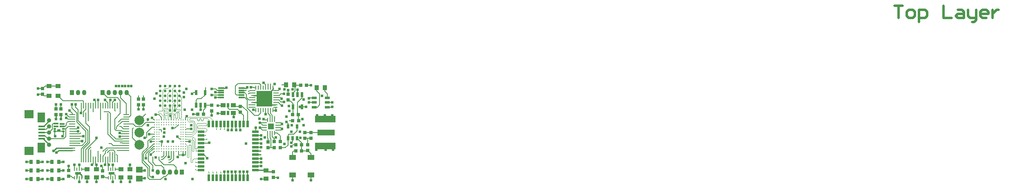
<source format=gtl>
G04 Layer_Physical_Order=1*
G04 Layer_Color=255*
%FSLAX25Y25*%
%MOIN*%
G70*
G01*
G75*
%ADD10C,0.02165*%
%ADD11R,0.16535X0.05315*%
%ADD12R,0.14173X0.05000*%
%ADD13C,0.01181*%
%ADD14O,0.00984X0.04724*%
%ADD15O,0.04724X0.00984*%
%ADD16R,0.02362X0.04331*%
%ADD17R,0.03937X0.02362*%
%ADD18R,0.12992X0.12992*%
%ADD19O,0.00984X0.03347*%
%ADD20O,0.03347X0.00984*%
%ADD21R,0.04724X0.01181*%
%ADD22R,0.05118X0.05118*%
%ADD23R,0.02165X0.03347*%
%ADD24R,0.03543X0.03937*%
%ADD25R,0.03150X0.02756*%
%ADD26R,0.02756X0.03150*%
%ADD27R,0.03937X0.03543*%
%ADD28R,0.05512X0.04724*%
G04:AMPARAMS|DCode=29|XSize=29.53mil|YSize=33.47mil|CornerRadius=2.21mil|HoleSize=0mil|Usage=FLASHONLY|Rotation=0.000|XOffset=0mil|YOffset=0mil|HoleType=Round|Shape=RoundedRectangle|*
%AMROUNDEDRECTD29*
21,1,0.02953,0.02904,0,0,0.0*
21,1,0.02510,0.03347,0,0,0.0*
1,1,0.00443,0.01255,-0.01452*
1,1,0.00443,-0.01255,-0.01452*
1,1,0.00443,-0.01255,0.01452*
1,1,0.00443,0.01255,0.01452*
%
%ADD29ROUNDEDRECTD29*%
%ADD30R,0.06299X0.08268*%
%ADD31R,0.07480X0.07087*%
%ADD32R,0.05315X0.01575*%
%ADD33R,0.03937X0.01181*%
%ADD34R,0.02362X0.01181*%
%ADD35R,0.03937X0.01575*%
%ADD36R,0.02920X0.02126*%
%ADD37R,0.00984X0.02559*%
%ADD38R,0.04724X0.02362*%
%ADD39R,0.02362X0.03347*%
%ADD40R,0.03937X0.03347*%
%ADD41R,0.05800X0.02000*%
%ADD42R,0.02000X0.05800*%
%ADD43R,0.05512X0.04232*%
%ADD44C,0.07874*%
%ADD45C,0.00300*%
%ADD46C,0.01000*%
%ADD47C,0.00600*%
%ADD48C,0.00800*%
%ADD49C,0.00500*%
%ADD50C,0.02000*%
%ADD51R,0.03543X0.04331*%
%ADD52O,0.03543X0.04331*%
%ADD53C,0.02400*%
%ADD54C,0.01200*%
%ADD55C,0.03500*%
D10*
X142811Y137811D02*
D03*
X142811Y133874D02*
D03*
Y129937D02*
D03*
X142811Y126000D02*
D03*
Y122063D02*
D03*
X138874Y137811D02*
D03*
Y133874D02*
D03*
Y129937D02*
D03*
Y126000D02*
D03*
Y122063D02*
D03*
X134937Y137811D02*
D03*
X134937Y133874D02*
D03*
Y129937D02*
D03*
X134937Y126000D02*
D03*
Y122063D02*
D03*
X131000Y137811D02*
D03*
Y133874D02*
D03*
Y129937D02*
D03*
Y126000D02*
D03*
Y122063D02*
D03*
X127063Y137811D02*
D03*
Y133874D02*
D03*
Y129937D02*
D03*
X127063Y126000D02*
D03*
X127063Y122063D02*
D03*
D11*
X261713Y111122D02*
D03*
Y88878D02*
D03*
D12*
X262500Y100000D02*
D03*
D13*
X122205Y84705D02*
D03*
Y86673D02*
D03*
Y88642D02*
D03*
Y90610D02*
D03*
Y92579D02*
D03*
Y94547D02*
D03*
Y96516D02*
D03*
Y98484D02*
D03*
Y100453D02*
D03*
Y102421D02*
D03*
Y104390D02*
D03*
X122205Y106358D02*
D03*
X122205Y108327D02*
D03*
Y110295D02*
D03*
X124173Y84705D02*
D03*
Y86673D02*
D03*
Y88642D02*
D03*
Y90610D02*
D03*
Y92579D02*
D03*
Y94547D02*
D03*
Y96516D02*
D03*
Y98484D02*
D03*
Y100453D02*
D03*
Y102421D02*
D03*
Y104390D02*
D03*
Y106358D02*
D03*
Y108327D02*
D03*
Y110295D02*
D03*
X126142Y84705D02*
D03*
Y86673D02*
D03*
Y88642D02*
D03*
Y90610D02*
D03*
Y92579D02*
D03*
Y94547D02*
D03*
Y96516D02*
D03*
Y98484D02*
D03*
Y100453D02*
D03*
Y102421D02*
D03*
Y104390D02*
D03*
Y106358D02*
D03*
Y108327D02*
D03*
Y110295D02*
D03*
X128110Y84705D02*
D03*
Y86673D02*
D03*
Y88642D02*
D03*
Y106358D02*
D03*
Y108327D02*
D03*
Y110295D02*
D03*
X130079Y84705D02*
D03*
Y86673D02*
D03*
X130079Y88642D02*
D03*
Y106358D02*
D03*
Y108327D02*
D03*
Y110295D02*
D03*
X132047Y84705D02*
D03*
Y86673D02*
D03*
Y88642D02*
D03*
Y106358D02*
D03*
Y108327D02*
D03*
Y110295D02*
D03*
X134016Y84705D02*
D03*
Y86673D02*
D03*
Y88642D02*
D03*
Y106358D02*
D03*
Y108327D02*
D03*
Y110295D02*
D03*
X135984Y84705D02*
D03*
Y86673D02*
D03*
Y88642D02*
D03*
Y106358D02*
D03*
Y108327D02*
D03*
Y110295D02*
D03*
X137953Y84705D02*
D03*
Y86673D02*
D03*
Y88642D02*
D03*
Y106358D02*
D03*
Y108327D02*
D03*
Y110295D02*
D03*
X139921Y84705D02*
D03*
Y86673D02*
D03*
X139921Y88642D02*
D03*
Y106358D02*
D03*
Y108327D02*
D03*
Y110295D02*
D03*
X141890Y84705D02*
D03*
Y86673D02*
D03*
X141890Y88642D02*
D03*
Y106358D02*
D03*
Y108327D02*
D03*
Y110295D02*
D03*
X143858Y84705D02*
D03*
X143858Y86673D02*
D03*
X143858Y88642D02*
D03*
Y90610D02*
D03*
Y92579D02*
D03*
Y94547D02*
D03*
Y96516D02*
D03*
X143858Y98484D02*
D03*
Y100453D02*
D03*
X143858Y102421D02*
D03*
Y104390D02*
D03*
Y106358D02*
D03*
Y108327D02*
D03*
Y110295D02*
D03*
X145827Y84705D02*
D03*
Y86673D02*
D03*
Y88642D02*
D03*
Y90610D02*
D03*
Y92579D02*
D03*
Y94547D02*
D03*
Y96516D02*
D03*
Y98484D02*
D03*
Y100453D02*
D03*
Y102421D02*
D03*
Y104390D02*
D03*
Y106358D02*
D03*
Y108327D02*
D03*
Y110295D02*
D03*
X147795Y84705D02*
D03*
Y86673D02*
D03*
Y88642D02*
D03*
Y90610D02*
D03*
Y92579D02*
D03*
Y94547D02*
D03*
Y96516D02*
D03*
Y98484D02*
D03*
Y100453D02*
D03*
Y102421D02*
D03*
Y104390D02*
D03*
Y106358D02*
D03*
Y108327D02*
D03*
Y110295D02*
D03*
D14*
X92044Y77953D02*
D03*
X90075D02*
D03*
X88107D02*
D03*
X86138D02*
D03*
X84170D02*
D03*
X82201D02*
D03*
X80233D02*
D03*
X78264D02*
D03*
X76296D02*
D03*
X74327D02*
D03*
X72359D02*
D03*
X70390D02*
D03*
X68422D02*
D03*
X66453D02*
D03*
X64485D02*
D03*
X62516D02*
D03*
Y122047D02*
D03*
X64485D02*
D03*
X66453D02*
D03*
X68422D02*
D03*
X70390D02*
D03*
X72359D02*
D03*
X74327D02*
D03*
X76296D02*
D03*
X78264D02*
D03*
X80233D02*
D03*
X82201D02*
D03*
X84170D02*
D03*
X86138D02*
D03*
X88107D02*
D03*
X90075D02*
D03*
X92044D02*
D03*
D15*
X55233Y85236D02*
D03*
Y87205D02*
D03*
Y89173D02*
D03*
Y91142D02*
D03*
Y93110D02*
D03*
Y95079D02*
D03*
Y97047D02*
D03*
Y99016D02*
D03*
Y100984D02*
D03*
Y102953D02*
D03*
Y104921D02*
D03*
Y106890D02*
D03*
Y108858D02*
D03*
Y110827D02*
D03*
Y112795D02*
D03*
Y114764D02*
D03*
X99327D02*
D03*
Y112795D02*
D03*
Y110827D02*
D03*
Y108858D02*
D03*
Y106890D02*
D03*
Y104921D02*
D03*
Y102953D02*
D03*
Y100984D02*
D03*
Y99016D02*
D03*
Y97047D02*
D03*
Y95079D02*
D03*
Y93110D02*
D03*
Y91142D02*
D03*
Y89173D02*
D03*
Y87205D02*
D03*
Y85236D02*
D03*
D16*
X156260Y132618D02*
D03*
X163740D02*
D03*
Y122382D02*
D03*
X160000D02*
D03*
X156260D02*
D03*
X242740Y120882D02*
D03*
X235260D02*
D03*
Y131118D02*
D03*
X239000D02*
D03*
X242740D02*
D03*
D17*
X263413Y128240D02*
D03*
Y124500D02*
D03*
Y120760D02*
D03*
X252587D02*
D03*
Y124500D02*
D03*
Y128240D02*
D03*
D18*
X212000Y127500D02*
D03*
D19*
X218890Y118347D02*
D03*
X216921D02*
D03*
X214953D02*
D03*
X212984D02*
D03*
X211016D02*
D03*
X209047D02*
D03*
X207079D02*
D03*
X205110D02*
D03*
Y136653D02*
D03*
X207079D02*
D03*
X209047D02*
D03*
X211016D02*
D03*
X212984D02*
D03*
X214953D02*
D03*
X216921D02*
D03*
X218890D02*
D03*
X214547Y99783D02*
D03*
X216516D02*
D03*
X218484D02*
D03*
X220453D02*
D03*
X220453Y110216D02*
D03*
X218484D02*
D03*
X216516D02*
D03*
X214547D02*
D03*
D20*
X202847Y120610D02*
D03*
Y122579D02*
D03*
X202847Y124547D02*
D03*
Y126516D02*
D03*
X202847Y128484D02*
D03*
Y130453D02*
D03*
X202847Y132421D02*
D03*
X202847Y134390D02*
D03*
X221153Y134390D02*
D03*
Y132421D02*
D03*
Y130453D02*
D03*
Y128484D02*
D03*
Y126516D02*
D03*
Y124547D02*
D03*
Y122579D02*
D03*
Y120610D02*
D03*
X222716Y102047D02*
D03*
Y104016D02*
D03*
X222716Y105984D02*
D03*
Y107953D02*
D03*
X212283D02*
D03*
Y105984D02*
D03*
Y104016D02*
D03*
Y102047D02*
D03*
D21*
X176732Y136437D02*
D03*
Y134468D02*
D03*
Y132500D02*
D03*
Y130532D02*
D03*
Y128563D02*
D03*
X193268Y136437D02*
D03*
Y134468D02*
D03*
X193268Y132500D02*
D03*
Y130532D02*
D03*
X193268Y128563D02*
D03*
D22*
X217500Y105000D02*
D03*
D23*
X231260Y104823D02*
D03*
X238740D02*
D03*
Y95177D02*
D03*
X235000Y95177D02*
D03*
X231260Y95177D02*
D03*
D24*
X261347Y136500D02*
D03*
X254654D02*
D03*
X236347Y139000D02*
D03*
X229654D02*
D03*
D25*
X157638Y115000D02*
D03*
X162362D02*
D03*
X241638Y138500D02*
D03*
X246362D02*
D03*
X239724Y114500D02*
D03*
X235000D02*
D03*
X224862Y92500D02*
D03*
X220138Y92500D02*
D03*
X235138Y109500D02*
D03*
X239862D02*
D03*
X220138Y87500D02*
D03*
X224862Y87500D02*
D03*
X237638Y90000D02*
D03*
X242362Y90000D02*
D03*
X237638Y85000D02*
D03*
X242362D02*
D03*
D26*
X169000Y122362D02*
D03*
Y117638D02*
D03*
X52500Y68862D02*
D03*
Y64138D02*
D03*
X80000Y68724D02*
D03*
Y64000D02*
D03*
X31000Y135862D02*
D03*
Y131138D02*
D03*
X109500Y122638D02*
D03*
Y127362D02*
D03*
X113500Y122638D02*
D03*
Y127362D02*
D03*
X46000Y114638D02*
D03*
Y119362D02*
D03*
X42000Y114638D02*
D03*
Y119362D02*
D03*
X231500Y126638D02*
D03*
Y131362D02*
D03*
X215000Y92362D02*
D03*
Y87638D02*
D03*
X192500Y116638D02*
D03*
Y121362D02*
D03*
X219500Y67862D02*
D03*
X219500Y63138D02*
D03*
X247500Y85138D02*
D03*
Y89862D02*
D03*
X250000Y95138D02*
D03*
Y99862D02*
D03*
X245000Y95138D02*
D03*
Y99862D02*
D03*
D27*
X67500Y63153D02*
D03*
Y69846D02*
D03*
X95000Y63153D02*
D03*
Y69846D02*
D03*
X75000Y63153D02*
D03*
Y69846D02*
D03*
X102500Y63153D02*
D03*
Y69846D02*
D03*
X43740Y129866D02*
D03*
X36260D02*
D03*
Y138134D02*
D03*
X43740D02*
D03*
X213500Y68846D02*
D03*
Y62154D02*
D03*
D28*
X110000Y62457D02*
D03*
Y69543D02*
D03*
D29*
X27453Y76000D02*
D03*
X21547D02*
D03*
X27453Y69000D02*
D03*
X21547Y69000D02*
D03*
X27453Y62000D02*
D03*
X21547D02*
D03*
X44453D02*
D03*
X38547D02*
D03*
X44453Y69000D02*
D03*
X38547D02*
D03*
X44453Y76000D02*
D03*
X38547D02*
D03*
D30*
X30008Y87795D02*
D03*
Y112205D02*
D03*
D31*
X19969Y85039D02*
D03*
Y114961D02*
D03*
D32*
X30500Y97441D02*
D03*
Y102559D02*
D03*
Y100000D02*
D03*
Y94882D02*
D03*
Y105118D02*
D03*
D33*
X47059Y104984D02*
D03*
X47059Y106953D02*
D03*
X41941Y104984D02*
D03*
D34*
X41154Y103016D02*
D03*
X41154Y101047D02*
D03*
X47846D02*
D03*
X47846Y103016D02*
D03*
D35*
X41941Y107150D02*
D03*
D36*
X44500Y101520D02*
D03*
D37*
X62953Y70102D02*
D03*
X60984D02*
D03*
X59016D02*
D03*
X57047D02*
D03*
X62953Y62898D02*
D03*
X60984D02*
D03*
X59016D02*
D03*
X57047D02*
D03*
X90453Y70102D02*
D03*
X88484D02*
D03*
X86516D02*
D03*
X84547D02*
D03*
X90453Y62898D02*
D03*
X88484D02*
D03*
X86516D02*
D03*
X84547D02*
D03*
D38*
X60000Y66500D02*
D03*
X87500D02*
D03*
D39*
X182500Y122150D02*
D03*
Y115850D02*
D03*
D40*
X178366Y122150D02*
D03*
X186634D02*
D03*
Y115850D02*
D03*
X178366D02*
D03*
D41*
X204600Y100700D02*
D03*
Y97600D02*
D03*
Y94400D02*
D03*
Y91300D02*
D03*
Y88100D02*
D03*
Y85000D02*
D03*
Y81900D02*
D03*
Y78700D02*
D03*
Y75600D02*
D03*
Y72400D02*
D03*
Y69300D02*
D03*
X160400D02*
D03*
Y72400D02*
D03*
Y75600D02*
D03*
Y78700D02*
D03*
Y81900D02*
D03*
Y85000D02*
D03*
Y88100D02*
D03*
Y91300D02*
D03*
Y94400D02*
D03*
Y97600D02*
D03*
Y100700D02*
D03*
D42*
X198200Y62900D02*
D03*
X195100D02*
D03*
X191900D02*
D03*
X188800D02*
D03*
X185600D02*
D03*
X182500D02*
D03*
X179400D02*
D03*
X176200D02*
D03*
X173100D02*
D03*
X169900D02*
D03*
X166800D02*
D03*
Y107100D02*
D03*
X169900D02*
D03*
X173100D02*
D03*
X176200D02*
D03*
X179400D02*
D03*
X182500D02*
D03*
X185600D02*
D03*
X188800D02*
D03*
X191900D02*
D03*
X195100D02*
D03*
X198200D02*
D03*
D43*
X250000Y65266D02*
D03*
Y79734D02*
D03*
X235000Y65266D02*
D03*
Y79734D02*
D03*
D44*
X110000Y100000D02*
D03*
Y90000D02*
D03*
Y110000D02*
D03*
D45*
X180937Y136437D02*
X181000Y136500D01*
X160300Y88000D02*
X160400Y88100D01*
X157500Y88000D02*
X160300D01*
X157000Y87500D02*
X157500Y88000D01*
X151000Y90000D02*
X151500D01*
X152000Y89500D01*
Y76000D02*
Y89500D01*
X150500D02*
X151000Y90000D01*
X150500Y80000D02*
Y89500D01*
X153500Y84500D02*
X154000D01*
X154500Y85000D01*
Y93000D01*
X153000Y85000D02*
X153500Y84500D01*
X153000Y85000D02*
Y93000D01*
X157000Y87000D02*
Y87500D01*
X156500Y86500D02*
X157000Y87000D01*
X156000Y86500D02*
X156500D01*
X155500Y87000D02*
X156000Y86500D01*
X155500Y87000D02*
Y95000D01*
X153500Y76000D02*
Y77500D01*
X153000Y75500D02*
X153500Y76000D01*
X152500Y75500D02*
X153000D01*
X152000Y76000D02*
X152500Y75500D01*
X149000Y80000D02*
Y89406D01*
Y80000D02*
X149500Y79500D01*
X150000D01*
X153500Y77500D02*
X154700Y78700D01*
X150000Y79500D02*
X150500Y80000D01*
X154700Y78700D02*
X160400D01*
X154500Y96000D02*
X155500Y95000D01*
X153500Y96000D02*
X154500D01*
X153000Y95500D02*
X153500Y96000D01*
X153000Y94500D02*
Y95500D01*
Y94500D02*
X154500Y93000D01*
X151453Y94547D02*
X153000Y93000D01*
X147795Y90610D02*
X149000Y89406D01*
X156500Y85000D02*
X160400D01*
X157500Y107500D02*
X164500D01*
X156700Y106700D02*
X157500Y107500D01*
X165000Y106000D02*
Y107000D01*
X164500Y107500D02*
X165000Y107000D01*
Y101500D02*
Y102500D01*
X164000Y103500D02*
X165000Y102500D01*
X158000Y103500D02*
X164000D01*
X164500Y105500D02*
X165000Y106000D01*
X158000Y105500D02*
X164500D01*
X157500Y105000D02*
X158000Y105500D01*
X157500Y104000D02*
Y105000D01*
Y104000D02*
X158000Y103500D01*
X160400Y100700D02*
X164200D01*
X165000Y101500D01*
X162500Y111500D02*
X165500D01*
X162000Y111000D02*
X162500Y111500D01*
X162000Y110000D02*
Y111000D01*
X161500Y109500D02*
X162000Y110000D01*
X161000Y109500D02*
X161500D01*
X160500Y110000D02*
X161000Y109500D01*
X160500Y110000D02*
Y111000D01*
X160000Y111500D02*
X160500Y111000D01*
X159500Y111500D02*
X160000D01*
X159000Y111000D02*
X159500Y111500D01*
X159000Y110000D02*
Y111000D01*
X158500Y109500D02*
X159000Y110000D01*
X158000Y109500D02*
X158500D01*
X157500Y110000D02*
X158000Y109500D01*
X157500Y110000D02*
Y111000D01*
X157000Y111500D02*
X157500Y111000D01*
X151500Y111500D02*
X157000D01*
X151000Y111000D02*
X151500Y111500D01*
X151000Y110000D02*
Y111000D01*
Y110000D02*
X151500Y109500D01*
X154000D01*
X155500Y108000D01*
X167500Y112500D02*
X169900Y110100D01*
X150500Y112500D02*
X167500D01*
X149500Y111500D02*
X150500Y112500D01*
X149500Y109500D02*
Y111500D01*
Y109500D02*
X150500Y108500D01*
X153500D01*
X154500Y107500D01*
X134941Y129921D02*
Y129941D01*
X132953Y135827D02*
X135000Y137874D01*
X126000Y117500D02*
X128500D01*
X125500Y117000D02*
X126000Y117500D01*
X125500Y116500D02*
Y117000D01*
Y116500D02*
X126000Y116000D01*
X126913D01*
X138937Y133937D02*
X141000Y131874D01*
Y121000D02*
Y131874D01*
X140000Y120000D02*
X141000Y121000D01*
X140000Y119500D02*
Y120000D01*
Y119500D02*
X140500Y119000D01*
X143000D01*
X143500Y118500D01*
Y118000D02*
Y118500D01*
X143000Y117500D02*
X143500Y118000D01*
X141500Y117500D02*
X143000D01*
X139324Y115324D02*
X141500Y117500D01*
X138937Y124764D02*
Y126063D01*
X134500Y116000D02*
X136000D01*
X132500Y114000D02*
X134500Y116000D01*
X131000Y114000D02*
X132500D01*
X130500Y114500D02*
X131000Y114000D01*
X130500Y114500D02*
Y115000D01*
X131000Y115500D01*
X133000D01*
X133500Y116000D01*
Y116500D01*
X133000Y117000D02*
X133500Y116500D01*
X131000Y117000D02*
X133000D01*
X130500Y117500D02*
X131000Y117000D01*
X130500Y117500D02*
Y118000D01*
X131000Y118500D01*
X133000D01*
X133500Y119000D01*
Y119500D01*
X133000Y120000D02*
X133500Y119500D01*
X130500Y120000D02*
X133000D01*
X130000Y119500D02*
X130500Y120000D01*
X142874Y130000D02*
X144500Y128374D01*
Y112000D02*
Y128374D01*
X144000Y111500D02*
X144500Y112000D01*
X143000Y111500D02*
X144000D01*
X142500Y112000D02*
X143000Y111500D01*
X142500Y112000D02*
Y116000D01*
X142000Y116500D02*
X142500Y116000D01*
X141500Y116500D02*
X142000D01*
X141000Y116000D02*
X141500Y116500D01*
X141000Y112000D02*
Y116000D01*
X140500Y111500D02*
X141000Y112000D01*
X140000Y111500D02*
X140500D01*
X139500Y112000D02*
X140000Y111500D01*
X139500Y112000D02*
Y114000D01*
X139000Y114500D02*
X139500Y114000D01*
X138500Y114500D02*
X139000D01*
X137953Y113953D02*
X138500Y114500D01*
X137953Y110295D02*
Y113953D01*
X137000Y122827D02*
X138937Y124764D01*
X137000Y117000D02*
Y122827D01*
X136000Y116000D02*
X137000Y117000D01*
X130000Y114000D02*
Y119500D01*
Y114000D02*
X131000Y113000D01*
Y111343D02*
Y113000D01*
Y111343D02*
X132047Y110295D01*
X133500Y114000D02*
X134824Y115324D01*
X133500Y110811D02*
Y114000D01*
Y110811D02*
X134016Y110295D01*
X134824Y115324D02*
X139324D01*
X166800Y107100D02*
Y110200D01*
X165500Y111500D02*
X166800Y110200D01*
X169900Y107100D02*
Y110100D01*
X45516Y104984D02*
X47059D01*
X163900Y97600D02*
X164000Y97500D01*
X160400Y97600D02*
X163900D01*
X147795Y94547D02*
X151453D01*
X155500Y101000D02*
Y108000D01*
X154500Y101500D02*
Y107500D01*
X153453Y100453D02*
X154500Y101500D01*
X152984Y98484D02*
X155500Y101000D01*
X147795Y98484D02*
X152984D01*
X164900Y94400D02*
X165000Y94500D01*
X160400Y94400D02*
X164900D01*
X147795Y100453D02*
X153453D01*
X156000Y75500D02*
X156100Y75600D01*
X160400D01*
X156000Y72500D02*
X156100Y72400D01*
X160400D01*
X156000Y69500D02*
X156200Y69300D01*
X160400D01*
X179400Y102600D02*
X179500Y102500D01*
X179400Y102600D02*
Y107100D01*
X176000Y102500D02*
X176200Y102700D01*
Y107100D01*
X173000Y102500D02*
X173100Y102600D01*
Y107100D01*
X166800Y62900D02*
Y67500D01*
X169900Y62900D02*
Y67500D01*
X173100Y62900D02*
Y67500D01*
X176200Y62900D02*
Y67500D01*
X134937Y129937D02*
X134941Y129941D01*
X133071Y124803D02*
Y132008D01*
X134937Y133874D01*
X130079Y110295D02*
Y112835D01*
X126913Y116000D02*
X130079Y112835D01*
X130315Y135827D02*
X132953D01*
X137008Y124803D02*
Y135945D01*
X138874Y137811D01*
X156700Y100700D02*
Y106700D01*
X147795Y96516D02*
X152516D01*
X156700Y100700D01*
X128500Y117500D02*
X129000Y118000D01*
Y134512D01*
X130315Y135827D01*
D46*
X176732Y136437D02*
X180937D01*
X110000Y62457D02*
X110043Y62500D01*
X114500D01*
X110000Y69543D02*
X110543Y69000D01*
X42000Y111000D02*
Y112000D01*
X42000Y112000D01*
X46000Y111000D02*
Y112000D01*
X46000Y112000D01*
Y114638D01*
X42000Y112000D02*
Y114638D01*
X60000Y66500D02*
X61500D01*
X62953Y65047D01*
Y62898D02*
Y65047D01*
X59016Y65516D02*
X60000Y66500D01*
X59016Y62898D02*
Y65516D01*
X44453Y62000D02*
X48000D01*
X44453Y69000D02*
X48000D01*
X44453Y76000D02*
X48000D01*
X31000Y76000D02*
X31000Y76000D01*
X27453Y76000D02*
X31000D01*
X27453Y69000D02*
X31000D01*
X27453Y62000D02*
X31000D01*
X197437Y136437D02*
X198000Y137000D01*
X193268Y136437D02*
X197437D01*
X212000Y128500D02*
X218890Y135390D01*
X212000Y127500D02*
Y128500D01*
X218890Y135390D02*
Y136653D01*
X212000Y127500D02*
X216921Y122579D01*
X221153D01*
X202847Y124547D02*
X209047D01*
X212000Y127500D01*
X202847Y130453D02*
X209047D01*
X212000Y127500D01*
X208900Y81900D02*
X209000Y82000D01*
X204600Y81900D02*
X208900D01*
X204600Y85000D02*
X209000D01*
X214484Y67862D02*
X219500D01*
X213500Y68846D02*
X214484Y67862D01*
X213047Y69300D02*
X213500Y68846D01*
X204600Y69300D02*
X213047D01*
X42500Y83500D02*
X44236Y85236D01*
X55233D01*
X40000Y85000D02*
X42205Y87205D01*
X55233D01*
X31618Y94882D02*
X36500Y90000D01*
X30500Y94882D02*
X31618D01*
X36500Y109500D02*
Y110000D01*
X32118Y105118D02*
X36500Y109500D01*
X30500Y105118D02*
X32118D01*
X110543Y69000D02*
X114500D01*
X116500Y110000D02*
X117000Y110500D01*
D47*
X147874Y92500D02*
X151000D01*
X148374Y103000D02*
X152500D01*
X147795Y102421D02*
X148374Y103000D01*
X112500Y75500D02*
Y83500D01*
Y75500D02*
X117000Y71000D01*
Y63000D02*
Y71000D01*
Y63000D02*
X118500Y61500D01*
X113500Y77000D02*
Y82500D01*
Y77000D02*
X118500Y72000D01*
Y64500D02*
Y72000D01*
Y64500D02*
X119500Y63500D01*
X241138Y138500D02*
X241638Y138000D01*
X236347Y138500D02*
X241138D01*
X239000Y131118D02*
Y135000D01*
X122205Y92579D02*
X122283Y92500D01*
X114500Y95500D02*
X115500D01*
X116000Y96000D01*
X117000Y93000D02*
X118547Y94547D01*
X117000Y88000D02*
Y93000D01*
X112500Y83500D02*
X117000Y88000D01*
X118547Y94547D02*
X122205D01*
X123500Y114500D02*
X125917D01*
X125984Y114567D01*
X120500Y111882D02*
Y112000D01*
X142953Y94547D02*
X143858D01*
X141534Y95967D02*
X142953Y94547D01*
X128000Y88752D02*
X128110Y88642D01*
X128000Y88752D02*
Y90000D01*
X128500Y90500D01*
Y92579D01*
X126142D02*
X128500D01*
X113500Y119000D02*
X113500Y119000D01*
Y122638D01*
X109500Y119000D02*
X109500Y119000D01*
Y122638D01*
X236347Y138500D02*
Y139000D01*
X220453Y110216D02*
X220500Y110264D01*
Y113000D01*
X225547Y107953D02*
X226500Y107000D01*
X222716Y107953D02*
X225547D01*
X225484Y105984D02*
X226500Y107000D01*
X222716Y105984D02*
X225484D01*
X225484Y104016D02*
X226500Y103000D01*
X222716Y104016D02*
X225484D01*
X225547Y102047D02*
X226500Y103000D01*
X222716Y102047D02*
X225547D01*
X208500Y108000D02*
X210516Y105984D01*
X212283D01*
X208500Y104000D02*
X210453Y102047D01*
X212283D01*
X174000Y122000D02*
X178217D01*
X174000Y115500D02*
X178016D01*
X187000Y112500D02*
Y115484D01*
X186634Y115850D02*
X187000Y115484D01*
X169000Y114000D02*
Y117638D01*
X157638Y115000D02*
X157638Y115000D01*
X154000Y115000D02*
X157638D01*
X160000Y118500D02*
Y122382D01*
X153000Y131500D02*
X154118Y132618D01*
X156260D01*
X162362Y118362D02*
X163740Y119740D01*
X162362Y116500D02*
Y118362D01*
X178016Y115500D02*
X178366Y115850D01*
X178217Y122000D02*
X178366Y122150D01*
X236000Y85000D02*
X237638D01*
X235000Y84000D02*
X236000Y85000D01*
X235000Y79734D02*
Y84000D01*
X209500Y62000D02*
X213347D01*
X222862Y63138D02*
X223000Y63000D01*
X219500Y63138D02*
X222862D01*
X213347Y62000D02*
X213500Y62154D01*
X250000Y61000D02*
Y65266D01*
X235000Y61000D02*
Y65266D01*
X267260Y120760D02*
X267500Y121000D01*
X263413Y120760D02*
X267260D01*
X263413Y124500D02*
X267500D01*
X250000Y138500D02*
X250000Y138500D01*
X246362Y138500D02*
X250000D01*
X248500Y128000D02*
X248740Y128240D01*
X252587D01*
X248500Y124500D02*
X252587D01*
X245882Y120882D02*
X246000Y121000D01*
X242740Y120882D02*
X245882D01*
X231500Y134500D02*
X231500Y134500D01*
Y131362D02*
Y134500D01*
X212283Y110216D02*
X214547D01*
X230000Y108500D02*
X231260Y107240D01*
Y104823D02*
Y107240D01*
X234000Y88500D02*
X235500Y90000D01*
X237638D01*
X234000Y91500D02*
X235000Y92500D01*
Y95177D01*
X245000Y99862D02*
X262362D01*
X208500Y108000D02*
X210000D01*
X210047Y107953D01*
X208500Y104000D02*
X210000D01*
X210016Y104016D01*
X204600Y100700D02*
X204800D01*
X205000Y100500D01*
X208500Y97500D02*
X209500D01*
X208400Y97600D02*
X208500Y97500D01*
Y94500D02*
X209500D01*
X208400Y94400D02*
X208500Y94500D01*
X208600Y91000D02*
X209500D01*
X208300Y91300D02*
X208600Y91000D01*
X209500Y88000D02*
Y88200D01*
X209000Y88700D02*
X209500Y88200D01*
X204400Y78500D02*
X209500D01*
X209400Y75600D02*
X209500Y75500D01*
X204600Y75600D02*
X209400D01*
X204700Y72500D02*
X209500D01*
X204600Y72400D02*
X204700Y72500D01*
X198000Y66500D02*
Y68000D01*
Y66500D02*
X198200Y66300D01*
X195000Y66500D02*
Y68000D01*
Y66500D02*
X195100Y66400D01*
X192000Y66500D02*
Y68000D01*
X191900Y66400D02*
X192000Y66500D01*
X188500D02*
Y68000D01*
Y66500D02*
X188800Y66200D01*
X185500Y66500D02*
Y68000D01*
X182500Y62900D02*
Y68000D01*
X185500Y66500D02*
X185600Y66400D01*
X179500Y66500D02*
Y68000D01*
X179400Y66400D02*
X179500Y66500D01*
X191900Y103600D02*
X192500Y103000D01*
X189000Y102000D02*
Y103500D01*
X182500Y102000D02*
Y107100D01*
X185500Y102000D02*
Y103500D01*
X185600Y103600D01*
X188800Y103700D02*
X189000Y103500D01*
X210047Y107953D02*
X212283D01*
X210016Y104016D02*
X212283D01*
X204600Y97600D02*
X208400D01*
X204600Y94400D02*
X208400D01*
X204600Y91300D02*
X208300D01*
X204600Y88100D02*
X208400D01*
X204400Y78500D02*
X204600Y78700D01*
X198200Y62900D02*
Y66300D01*
X195100Y62900D02*
Y66400D01*
X191900Y62900D02*
Y66400D01*
X188800Y62900D02*
Y66200D01*
X185600Y62900D02*
Y66400D01*
X179400Y62900D02*
Y66400D01*
X191900Y103600D02*
Y107100D01*
X188800Y103700D02*
Y107100D01*
X185600Y103600D02*
Y107100D01*
X166800Y91300D02*
X167000Y91500D01*
X160400Y91300D02*
X166800D01*
X162600Y81900D02*
X165500Y79000D01*
X160400Y81900D02*
X162600D01*
X94000Y99500D02*
X94484Y99016D01*
X99327D01*
X94000Y96500D02*
X94547Y97047D01*
X99327D01*
X88107Y124607D02*
X90000Y126500D01*
X88107Y122047D02*
Y124607D01*
X86138Y126139D02*
X86500Y126500D01*
X86138Y122047D02*
Y126139D01*
X76296Y126296D02*
X76500Y126500D01*
X76296Y122047D02*
Y126296D01*
X73500Y126500D02*
X74327Y125672D01*
Y122047D02*
Y125672D01*
X41154Y97347D02*
Y103016D01*
X41154Y101047D02*
X47846D01*
X47500Y97000D02*
X47846Y97347D01*
Y101047D01*
X41154Y97347D02*
X41500Y97000D01*
X46000Y119362D02*
Y123000D01*
X42000Y119362D02*
Y123000D01*
X32272Y129866D02*
X36260D01*
X31000Y131138D02*
X32272Y129866D01*
X36260Y138134D02*
X43740D01*
X33272D02*
X36260D01*
X31000Y135862D02*
X33272Y138134D01*
X46000Y119362D02*
X46000Y119362D01*
X42000Y119362D02*
X42000Y119362D01*
X53000Y118000D02*
X55233Y115767D01*
Y114764D02*
Y115767D01*
X50500Y115000D02*
X52705Y112795D01*
X55233D01*
X50500Y112000D02*
X51673Y110827D01*
X55233D01*
X58953Y102953D02*
X60000Y104000D01*
X55233Y102953D02*
X58953D01*
X59984Y100984D02*
X60000Y101000D01*
X55233Y100984D02*
X59984D01*
X102500Y69846D02*
Y73500D01*
Y59500D02*
Y63153D01*
X95000Y59500D02*
Y63153D01*
X88484Y59516D02*
X88500Y59500D01*
X88484Y59516D02*
Y62898D01*
X87500Y66500D02*
X89000D01*
X90453Y65047D01*
Y62898D02*
Y65047D01*
X86516Y65516D02*
X87500Y66500D01*
X86516Y62898D02*
Y65516D01*
X88484Y70102D02*
X88500Y70118D01*
Y73500D01*
X84547Y70102D02*
Y73047D01*
X85000Y73500D01*
X84170Y74330D02*
X85000Y73500D01*
X84170Y74330D02*
Y77953D01*
X82000Y73500D02*
X82201Y73702D01*
Y77953D01*
X80000Y68724D02*
Y71500D01*
X79000Y72500D02*
X80000Y71500D01*
X75000Y69846D02*
Y73500D01*
X74327Y74173D02*
X75000Y73500D01*
X74327Y74173D02*
Y77953D01*
X71500Y73500D02*
X72359Y74359D01*
Y77953D01*
X60984Y59516D02*
X61000Y59500D01*
X60984Y59516D02*
Y62898D01*
Y73484D02*
X61000Y73500D01*
X60984Y70102D02*
Y73484D01*
X21547Y76000D02*
X21547Y76000D01*
X18000Y76000D02*
X21547D01*
Y69000D02*
X21547Y69000D01*
X18000Y69000D02*
X21547D01*
X18000Y62000D02*
X21547D01*
X35000D02*
X38547D01*
X35000Y76000D02*
X38547D01*
X35000Y69000D02*
X38547D01*
X55233Y97047D02*
X64500D01*
X211500Y140500D02*
X212984Y139016D01*
X199000Y133500D02*
X199220D01*
X200110Y134390D01*
X199000Y131500D02*
X199158D01*
X200079Y132421D01*
X201000Y137000D02*
X203000D01*
X203346Y136653D01*
X212984D02*
Y139016D01*
X203346Y136653D02*
X205110D01*
X223390Y134390D02*
X224500Y135500D01*
X221153Y134390D02*
X223390D01*
X219236Y118000D02*
X221500D01*
X218890Y118347D02*
X219236Y118000D01*
X221500D02*
Y120264D01*
X221153Y120610D02*
X221500Y120264D01*
X212984Y115016D02*
X213000Y115000D01*
X212984Y115016D02*
Y118347D01*
X203000Y118500D02*
X203153Y118347D01*
X205110D01*
X202831Y128500D02*
X202847Y128484D01*
X200000Y128500D02*
X202831D01*
X199484Y126516D02*
X202847D01*
X197500Y128500D02*
X199484Y126516D01*
X197500Y128500D02*
Y131000D01*
X196000Y132500D02*
X197500Y131000D01*
X193268Y132500D02*
X196000D01*
X207000Y114000D02*
X209047Y116047D01*
X204000Y114000D02*
X207000D01*
X198000Y120000D02*
X204000Y114000D01*
X209047Y116047D02*
Y118347D01*
X198000Y120000D02*
Y126500D01*
X263413Y128240D02*
Y131587D01*
X261347Y133653D02*
X263413Y131587D01*
X261347Y133653D02*
Y136500D01*
X254654Y133846D02*
Y136500D01*
Y133846D02*
X257000Y131500D01*
Y122500D02*
Y131500D01*
X255260Y120760D02*
X257000Y122500D01*
X252587Y120760D02*
X255260D01*
X164000Y132878D02*
Y136500D01*
X163740Y132618D02*
X164000Y132878D01*
X168980Y122382D02*
X169000Y122362D01*
X163740Y122382D02*
X168980D01*
X163740Y119740D02*
Y122382D01*
X156260D02*
Y126260D01*
X157500Y127500D01*
X160500D01*
X163740Y130740D01*
Y132618D01*
X232500Y109500D02*
X232500Y109500D01*
X235138D01*
X247500Y95138D02*
X250000D01*
X245000D02*
X247500D01*
Y89862D02*
Y95138D01*
X262362Y99862D02*
X262500Y100000D01*
X242362Y85000D02*
Y91555D01*
X250000Y79734D02*
Y82638D01*
X247500Y85138D02*
X250000Y82638D01*
X247362Y85000D02*
X247500Y85138D01*
X242362Y85000D02*
X247362D01*
X238740Y95177D02*
X242362Y91555D01*
X238740Y101240D02*
Y104823D01*
X231260Y95177D02*
Y97760D01*
Y89760D02*
Y95177D01*
X229000Y87500D02*
X231260Y89760D01*
X224862Y87500D02*
X229000D01*
X217500Y87638D02*
Y94500D01*
Y87638D02*
X220000D01*
X215000D02*
X217500D01*
X220000D02*
X220138Y87500D01*
X216516Y95484D02*
X217500Y94500D01*
X216516Y95484D02*
Y99783D01*
X215000Y92362D02*
Y95000D01*
X214547Y95453D02*
X215000Y95000D01*
X214547Y95453D02*
Y99783D01*
X239724Y109638D02*
X239862Y109500D01*
X239724Y109638D02*
Y114500D01*
X235000D02*
X235260Y114760D01*
Y120882D01*
Y137913D02*
X236347Y139000D01*
X226500D02*
X229654D01*
X200079Y132421D02*
X202847D01*
X200110Y134390D02*
X202847D01*
X196968Y134468D02*
X197000Y134500D01*
X193268Y134468D02*
X196968D01*
X199500Y120500D02*
X199610Y120610D01*
X202847D01*
X199579Y122579D02*
X202847D01*
X199500Y122500D02*
X199579Y122579D01*
X216921Y139421D02*
X217000Y139500D01*
X216921Y136653D02*
Y139421D01*
X214953Y139453D02*
X215000Y139500D01*
X214953Y136653D02*
Y139453D01*
X218484Y110216D02*
Y114016D01*
X216921Y115579D02*
X218484Y114016D01*
X216921Y115579D02*
Y118347D01*
X216516Y110216D02*
Y113984D01*
X214953Y115547D02*
X216516Y113984D01*
X214953Y115547D02*
Y118347D01*
X221153Y132421D02*
X223500D01*
X193268Y128563D02*
X195937D01*
X198000Y126500D01*
X189469Y130532D02*
X193268D01*
X188500Y131500D02*
X189469Y130532D01*
X188500Y131500D02*
Y138000D01*
X190500Y140000D01*
X208000D01*
X209047Y138953D01*
Y136653D02*
Y138953D01*
X226000Y122000D02*
X226500D01*
X223453Y124547D02*
X226000Y122000D01*
X221153Y124547D02*
X223453D01*
X78264Y110500D02*
Y122047D01*
X91500Y103000D02*
Y104500D01*
X95858Y108858D01*
X97047Y102953D02*
X99327D01*
X95000Y105000D02*
X97047Y102953D01*
X94000Y105000D02*
X95000D01*
X96000Y94500D02*
X96579Y95079D01*
X91000Y94500D02*
X96000D01*
X86500Y99000D02*
X91000Y94500D01*
X96579Y95079D02*
X99327D01*
X94744Y70102D02*
X95000Y69846D01*
X90453Y70102D02*
X94744D01*
X82602Y62898D02*
X84547D01*
X81500Y64000D02*
X82602Y62898D01*
X80000Y64000D02*
X81500D01*
X67244Y70102D02*
X67500Y69846D01*
X62953Y70102D02*
X67244D01*
X52500Y64138D02*
X54362D01*
X55602Y62898D01*
X57047D01*
X119500Y63500D02*
X121000D01*
X131461Y64000D02*
X134961Y67500D01*
X130000Y64000D02*
X131461D01*
X127500Y61500D02*
X130000Y64000D01*
X115500Y79000D02*
Y82500D01*
X121642Y88642D01*
X113500Y82500D02*
X121610Y90610D01*
X117500Y76500D02*
Y83000D01*
X121000Y75500D02*
Y80000D01*
X113500Y127362D02*
X113500Y127362D01*
X113500Y127362D02*
Y130000D01*
X109500Y127362D02*
X109500Y127362D01*
X109500Y127362D02*
Y130000D01*
X225500Y131500D02*
X228000D01*
X224453Y130453D02*
X225500Y131500D01*
X225016Y128484D02*
X226000Y127500D01*
X225500Y125000D02*
X228000D01*
X58000Y120500D02*
X60000Y118500D01*
Y109500D02*
Y118500D01*
Y109500D02*
X68000Y101500D01*
X58000Y120500D02*
Y123000D01*
X39650Y107150D02*
X41941D01*
X39000Y106500D02*
X39650Y107150D01*
X39000Y102500D02*
Y106500D01*
X36500Y100000D02*
X39000Y102500D01*
X30500Y100000D02*
X36500D01*
X34059Y102559D02*
X36500Y105000D01*
X30500Y102559D02*
X34059D01*
X36500Y95000D02*
X48500D01*
X35500D02*
X36500D01*
X33059Y97441D02*
X35500Y95000D01*
X30500Y97441D02*
X33059D01*
X48500Y95000D02*
X50016Y96516D01*
Y103016D01*
X51921Y104921D02*
X55233D01*
X50016Y103016D02*
X51921Y104921D01*
X47846Y103016D02*
X50016D01*
X51858Y108858D02*
X55233D01*
X50500Y107500D02*
X51858Y108858D01*
X50500Y106000D02*
Y107500D01*
X49484Y104984D02*
X50500Y106000D01*
X47059Y104984D02*
X49484D01*
X61516Y99016D02*
X62000Y99500D01*
X84170Y122047D02*
Y124330D01*
X82000Y126500D02*
X84170Y124330D01*
X55233Y99016D02*
X61516D01*
X75000Y94500D02*
Y95500D01*
X66453Y85953D02*
X75000Y94500D01*
X59500Y93000D02*
X63500D01*
X59390Y93110D02*
X59500Y93000D01*
Y95000D02*
X61500D01*
X59421Y95079D02*
X59500Y95000D01*
X68000Y92000D02*
Y101500D01*
X62516Y86516D02*
X68000Y92000D01*
X66453Y77953D02*
Y85953D01*
X55233Y93110D02*
X59390D01*
X90075Y117924D02*
X90500Y117500D01*
X90075Y117924D02*
Y122047D01*
X85000Y117000D02*
X86500Y115500D01*
Y99000D02*
Y115500D01*
X81500Y117000D02*
X85000D01*
X68422Y109578D02*
X68500Y109500D01*
X68422Y109578D02*
Y122047D01*
X78264Y81765D02*
X78500Y82000D01*
X78264Y77953D02*
Y81765D01*
X85500Y91000D02*
X87000D01*
X88827Y89173D01*
X82500Y84500D02*
X84000Y86000D01*
X80500Y84500D02*
X83205Y87205D01*
X99327D01*
X82500Y83000D02*
Y84500D01*
X80233Y80733D02*
X82500Y83000D01*
X80233Y77953D02*
Y80733D01*
X90075Y77953D02*
Y84425D01*
X89000Y85500D02*
X90075Y84425D01*
X86000Y85500D02*
X89000D01*
X84000Y83500D02*
X86000Y85500D01*
X88500Y82286D02*
Y83500D01*
X88107Y81893D02*
X88500Y82286D01*
X92000Y85236D02*
X99327D01*
X55233Y95079D02*
X59421D01*
X61358Y91142D02*
X61500Y91000D01*
X55233Y91142D02*
X61358D01*
X62516Y77953D02*
Y86516D01*
X68422Y85922D02*
X70500Y88000D01*
X68422Y77953D02*
Y85922D01*
X70390Y77953D02*
Y85391D01*
X70500Y85500D01*
X76296Y77953D02*
X76500Y78157D01*
Y84500D01*
X86138Y77953D02*
Y83639D01*
X88107Y77953D02*
Y81893D01*
X91500Y82000D02*
X92044Y81456D01*
Y77953D02*
Y81456D01*
X88827Y89173D02*
X99327D01*
X95858Y108858D02*
X99327D01*
X95327Y110827D02*
X99327D01*
X93000Y108500D02*
X95327Y110827D01*
X89890Y93110D02*
X99327D01*
X84500Y98500D02*
X89890Y93110D01*
X84500Y98500D02*
Y115500D01*
X72359Y117141D02*
X72500Y117000D01*
X72359Y117141D02*
Y122047D01*
X118500Y61500D02*
X127500D01*
X123500Y73000D02*
X128000D01*
X121000Y75500D02*
X123500Y73000D01*
X128000D02*
X130039Y70961D01*
X130000Y73500D02*
X138000D01*
X126000Y77500D02*
X130000Y73500D01*
X126000Y77500D02*
Y80000D01*
X130039Y67500D02*
Y70961D01*
X139882Y67500D02*
Y71618D01*
X138000Y73500D02*
X139882Y71618D01*
X104000Y107000D02*
X105000D01*
X103500D02*
X104000D01*
X99500D02*
X103500D01*
X105000D02*
X107000Y105000D01*
X112000D01*
X115327Y108327D01*
X120390Y104390D02*
X122205D01*
X116000Y100000D02*
X120390Y104390D01*
X116000Y96000D02*
Y100000D01*
X121610Y90610D02*
X122205D01*
X121642Y88642D02*
X122205D01*
X121173Y86673D02*
X122205D01*
X117500Y83000D02*
X121173Y86673D01*
X223984Y126516D02*
X225500Y125000D01*
X221153Y126516D02*
X223984D01*
X221153Y130453D02*
X224453D01*
X221153Y128484D02*
X225016D01*
X169000Y135500D02*
X172500D01*
X173531Y134468D02*
X176732D01*
X172500Y135500D02*
X173531Y134468D01*
X172000Y133000D02*
X172500Y132500D01*
X176732D01*
X169032Y130532D02*
X176732D01*
X169000Y130500D02*
X169032Y130532D01*
X172063Y128563D02*
X176732D01*
X172000Y128500D02*
X172063Y128563D01*
X135984Y78484D02*
Y84705D01*
X135000Y77500D02*
X135984Y78484D01*
X134000Y77500D02*
X135000D01*
X137953Y77953D02*
Y84705D01*
X135500Y75500D02*
X137953Y77953D01*
X134000Y75500D02*
X135500D01*
X130079Y81079D02*
Y84705D01*
X129000Y80000D02*
X130079Y81079D01*
X128000Y80000D02*
X129000D01*
X132047Y81047D02*
Y84705D01*
X129000Y78000D02*
X132047Y81047D01*
X128000Y78000D02*
X129000D01*
X128000Y100500D02*
Y102000D01*
X127579Y102421D02*
X128000Y102000D01*
X126142Y102421D02*
X127579D01*
X119500Y82000D02*
X122205Y84705D01*
X120500Y96000D02*
X121016Y96516D01*
X122205D01*
X147795Y92579D02*
X147874Y92500D01*
X138874Y118213D02*
X138976Y118110D01*
X138874Y118213D02*
Y122063D01*
X134937Y118213D02*
X135039Y118110D01*
X134937Y118213D02*
Y122063D01*
X134016Y80000D02*
Y84705D01*
X147795Y112362D02*
X148819Y113386D01*
X147795Y110295D02*
Y112362D01*
X122146Y110236D02*
X122205Y110295D01*
X125984Y114567D02*
X128110Y112441D01*
Y110295D02*
Y112441D01*
X118110Y98484D02*
X122205D01*
X141890Y81653D02*
X141890Y81653D01*
Y84705D01*
X147795Y81653D02*
Y84705D01*
X145827Y81653D02*
Y84705D01*
X192500Y102000D02*
Y103000D01*
X208400Y88100D02*
X209000Y88700D01*
X205000Y100500D02*
Y104000D01*
X220453Y99783D02*
X222217D01*
X224862Y97138D01*
Y92500D02*
Y97138D01*
X220000Y92500D02*
Y94954D01*
X218484Y96470D02*
X220000Y94954D01*
X218484Y96470D02*
Y99783D01*
X231260Y97760D02*
X232000Y98500D01*
X236000D01*
X238740Y101240D01*
X231500Y126638D02*
X232638Y125500D01*
X233500D01*
X235260Y123740D01*
Y120882D02*
Y123740D01*
Y131118D02*
Y132260D01*
X237000Y134000D01*
Y137847D01*
X236347Y138500D02*
X237000Y137847D01*
X117500Y76500D02*
X121000Y73000D01*
Y69000D02*
Y73000D01*
X211500Y111000D02*
X212283Y110216D01*
X242740Y128286D02*
Y131118D01*
X239000Y115224D02*
X239724Y114500D01*
X239000Y115224D02*
Y124546D01*
X242740Y128286D01*
X141890Y81653D02*
X147795D01*
X119500Y92500D02*
X122283D01*
X120500Y111882D02*
X122146Y110236D01*
X115327Y108327D02*
X122205D01*
X27638Y135862D02*
X31000D01*
X27500Y136000D02*
X27638Y135862D01*
X27638Y131138D02*
X31000D01*
X27500Y131000D02*
X27638Y131138D01*
D48*
X135500Y113500D02*
X135984Y113016D01*
Y110295D02*
Y113016D01*
X137000Y103500D02*
X139032D01*
X141890Y106358D01*
X198200Y107100D02*
Y117300D01*
X194138Y121362D02*
X198200Y117300D01*
X192500Y121362D02*
X194138D01*
X75000Y59500D02*
Y63153D01*
X67500Y59500D02*
Y63153D01*
X57000Y70150D02*
X57047Y70102D01*
X57000Y70150D02*
Y73500D01*
X52500Y72500D02*
X52500Y72500D01*
X52500Y68862D02*
Y72500D01*
X187421Y121362D02*
X192500D01*
X186634Y122150D02*
X187421Y121362D01*
X182500Y120000D02*
Y122150D01*
Y120000D02*
X183500Y119000D01*
X190138D01*
X192500Y116638D01*
X195100Y114038D01*
Y107100D02*
Y114000D01*
X91000Y101500D02*
X95500D01*
X89984Y102516D02*
X91000Y101500D01*
X89984Y102516D02*
Y110984D01*
X95500Y101500D02*
X96016Y100984D01*
X99327D01*
X89984Y110984D02*
X94500Y115500D01*
X62500Y116000D02*
X62516Y116016D01*
Y122047D01*
X55000Y120000D02*
X59000Y116000D01*
Y108500D02*
Y116000D01*
Y108500D02*
X66500Y101000D01*
X64485Y122047D02*
Y125515D01*
X64000Y126000D02*
X64485Y125515D01*
X47606Y126000D02*
X64000D01*
X43740Y129866D02*
X47606Y126000D01*
X55000Y120000D02*
Y123000D01*
X94500Y115500D02*
Y126000D01*
X92000Y128500D02*
X94500Y126000D01*
X84000Y128500D02*
X92000D01*
X80000Y132500D02*
X84000Y128500D01*
X66500Y92500D02*
Y101000D01*
X63173Y89173D02*
X66500Y92500D01*
X55233Y89173D02*
X63173D01*
X66500Y107500D02*
X69500Y104500D01*
Y91500D02*
Y104500D01*
X64485Y86485D02*
X69500Y91500D01*
X99685Y132500D02*
X103000Y129185D01*
Y114000D02*
Y129185D01*
X101795Y112795D02*
X103000Y114000D01*
X99327Y112795D02*
X101795D01*
X99327Y114764D02*
Y123672D01*
X94764Y128236D02*
X99327Y123672D01*
X94764Y128236D02*
Y132500D01*
X64500Y113000D02*
Y117000D01*
X66453Y118954D01*
Y122047D01*
X66500Y107500D02*
Y116000D01*
X94500Y91500D02*
X96000D01*
X96358Y91142D01*
X64485Y77953D02*
Y86485D01*
X96358Y91142D02*
X99327D01*
X104500Y103000D02*
X105000Y103500D01*
X104500Y95500D02*
Y103000D01*
Y95500D02*
X110000Y90000D01*
D49*
Y110000D02*
X115000Y115000D01*
D50*
X725945Y203784D02*
X732609D01*
X729277D01*
Y193787D01*
X737608D02*
X740940D01*
X742606Y195454D01*
Y198786D01*
X740940Y200452D01*
X737608D01*
X735942Y198786D01*
Y195454D01*
X737608Y193787D01*
X745938Y190455D02*
Y200452D01*
X750937D01*
X752603Y198786D01*
Y195454D01*
X750937Y193787D01*
X745938D01*
X765932Y203784D02*
Y193787D01*
X772597D01*
X777595Y200452D02*
X780927D01*
X782593Y198786D01*
Y193787D01*
X777595D01*
X775929Y195454D01*
X777595Y197120D01*
X782593D01*
X785925Y200452D02*
Y195454D01*
X787592Y193787D01*
X792590D01*
Y192121D01*
X790924Y190455D01*
X789258D01*
X792590Y193787D02*
Y200452D01*
X800921Y193787D02*
X797588D01*
X795922Y195454D01*
Y198786D01*
X797588Y200452D01*
X800921D01*
X802587Y198786D01*
Y197120D01*
X795922D01*
X805919Y200452D02*
Y193787D01*
Y197120D01*
X807585Y198786D01*
X809251Y200452D01*
X810917D01*
D51*
X55158Y132500D02*
D03*
X80000D02*
D03*
X144803Y67500D02*
D03*
D52*
X60079Y132500D02*
D03*
X65000D02*
D03*
X89842D02*
D03*
X94764D02*
D03*
X84921D02*
D03*
X99685D02*
D03*
X134961Y67500D02*
D03*
X130039D02*
D03*
X139882D02*
D03*
X125118D02*
D03*
D53*
X181000Y136500D02*
D03*
X117000Y106000D02*
D03*
X151000Y92500D02*
D03*
X152500Y103000D02*
D03*
X114500Y62500D02*
D03*
X239000Y135000D02*
D03*
X114500Y95500D02*
D03*
X119500Y92500D02*
D03*
X137500D02*
D03*
X133500D02*
D03*
X123500Y114500D02*
D03*
X120500Y112000D02*
D03*
X141000Y96500D02*
D03*
X130500Y103000D02*
D03*
Y100000D02*
D03*
X128500Y92500D02*
D03*
X135500Y113500D02*
D03*
X136976Y103610D02*
D03*
X226500Y103000D02*
D03*
Y107000D02*
D03*
X174000Y122000D02*
D03*
Y115500D02*
D03*
X187000Y112500D02*
D03*
X153000Y131500D02*
D03*
X160000Y118500D02*
D03*
X154000Y115000D02*
D03*
X169000Y114000D02*
D03*
X209500Y62000D02*
D03*
X223000Y63000D02*
D03*
X250000Y61000D02*
D03*
X235000D02*
D03*
X234000Y91500D02*
D03*
Y88500D02*
D03*
X230000Y108500D02*
D03*
X267500Y121000D02*
D03*
Y124500D02*
D03*
X248500D02*
D03*
Y128000D02*
D03*
X246000Y121000D02*
D03*
X250000Y138500D02*
D03*
X231500Y134500D02*
D03*
X208500Y108000D02*
D03*
Y104000D02*
D03*
X205000D02*
D03*
X209500Y97500D02*
D03*
Y94500D02*
D03*
Y91000D02*
D03*
Y88000D02*
D03*
Y78500D02*
D03*
Y75500D02*
D03*
Y72500D02*
D03*
X198000Y68000D02*
D03*
X195000D02*
D03*
X192000D02*
D03*
X188500D02*
D03*
X185500D02*
D03*
X182500D02*
D03*
X179500D02*
D03*
X189000Y102000D02*
D03*
X182500D02*
D03*
X185500D02*
D03*
X41500Y97000D02*
D03*
X42000Y111000D02*
D03*
X46000D02*
D03*
Y123000D02*
D03*
X42000D02*
D03*
X27500Y136000D02*
D03*
Y131000D02*
D03*
X48000Y62000D02*
D03*
Y69000D02*
D03*
Y76000D02*
D03*
X31000D02*
D03*
Y62000D02*
D03*
Y69000D02*
D03*
X35000Y76000D02*
D03*
Y69000D02*
D03*
Y62000D02*
D03*
X18000D02*
D03*
Y69000D02*
D03*
Y76000D02*
D03*
X113500Y119000D02*
D03*
X109500D02*
D03*
X267500Y114000D02*
D03*
X261500D02*
D03*
X255000D02*
D03*
X262000Y86000D02*
D03*
X268000D02*
D03*
X254500D02*
D03*
X165500Y79000D02*
D03*
X167000Y91500D02*
D03*
X217000Y122500D02*
D03*
X207000D02*
D03*
Y132500D02*
D03*
X217000D02*
D03*
X211500Y140500D02*
D03*
X198000Y137000D02*
D03*
X201000D02*
D03*
X213000Y115000D02*
D03*
X203000Y118500D02*
D03*
X224500Y135500D02*
D03*
X212000Y127500D02*
D03*
X221500Y118000D02*
D03*
X94000Y99500D02*
D03*
Y96500D02*
D03*
X60000Y101000D02*
D03*
X71500Y73500D02*
D03*
X82000D02*
D03*
X52500Y72500D02*
D03*
X102500Y59500D02*
D03*
Y73500D02*
D03*
X95000Y59500D02*
D03*
X67500D02*
D03*
X61000D02*
D03*
X75000D02*
D03*
Y73500D02*
D03*
X79000Y72500D02*
D03*
X88500Y59500D02*
D03*
Y73500D02*
D03*
X85000D02*
D03*
X61000D02*
D03*
X57000D02*
D03*
X87500Y66500D02*
D03*
X60000D02*
D03*
X153500Y62000D02*
D03*
X131500D02*
D03*
X121000Y63500D02*
D03*
X115500Y79000D02*
D03*
X123500Y79500D02*
D03*
X228000Y131500D02*
D03*
X226000Y127500D02*
D03*
X228000Y125000D02*
D03*
X226500Y122000D02*
D03*
X42500Y83500D02*
D03*
X40000Y85000D02*
D03*
X62500Y116000D02*
D03*
X58000Y123000D02*
D03*
X55000D02*
D03*
X31500Y114500D02*
D03*
X28500D02*
D03*
X31500Y110000D02*
D03*
X28500D02*
D03*
X31500Y90000D02*
D03*
X28500D02*
D03*
X31500Y85500D02*
D03*
X28500D02*
D03*
X22000Y83000D02*
D03*
X18000D02*
D03*
X22000Y86500D02*
D03*
X18000D02*
D03*
X22000Y116500D02*
D03*
Y113000D02*
D03*
X18000D02*
D03*
Y116500D02*
D03*
X47500Y97000D02*
D03*
X60000Y104000D02*
D03*
X53000Y118000D02*
D03*
X50500Y115000D02*
D03*
Y112000D02*
D03*
X90000Y126500D02*
D03*
X86500D02*
D03*
X82000D02*
D03*
X76500D02*
D03*
X73500D02*
D03*
X75000Y95500D02*
D03*
X64500Y97000D02*
D03*
X63500Y93000D02*
D03*
X147516Y75000D02*
D03*
X146500Y132500D02*
D03*
X148500Y135500D02*
D03*
X172000Y128500D02*
D03*
X169000Y130500D02*
D03*
X172000Y133000D02*
D03*
X169000Y135500D02*
D03*
X119500Y82000D02*
D03*
X134016Y80000D02*
D03*
X146457Y129134D02*
D03*
X138976Y118110D02*
D03*
X135039D02*
D03*
X145827Y81653D02*
D03*
X148819Y113386D02*
D03*
X118110Y98484D02*
D03*
X192500Y102000D02*
D03*
X197000Y91000D02*
D03*
X212500Y96000D02*
D03*
X79000Y87500D02*
D03*
X122500Y127500D02*
D03*
X124000Y132000D02*
D03*
X153000Y118500D02*
D03*
X221500Y96000D02*
D03*
X228500Y90500D02*
D03*
X234154Y100500D02*
D03*
X240846D02*
D03*
X234500Y106000D02*
D03*
X244000D02*
D03*
X243000Y111000D02*
D03*
X232500Y117500D02*
D03*
X232000Y121500D02*
D03*
X236000Y127000D02*
D03*
X235000Y135200D02*
D03*
X103500Y138000D02*
D03*
X101000D02*
D03*
X98500D02*
D03*
X96000D02*
D03*
X93500D02*
D03*
X91000D02*
D03*
X241500Y95500D02*
D03*
X114500Y69000D02*
D03*
X121000D02*
D03*
X211500Y111000D02*
D03*
X259000Y130000D02*
D03*
X207862Y111138D02*
D03*
X230000Y113000D02*
D03*
X220500Y139500D02*
D03*
X228500Y135300D02*
D03*
X244000Y127000D02*
D03*
X241000Y121000D02*
D03*
X141500Y80000D02*
D03*
X130000Y96500D02*
D03*
X152500Y106000D02*
D03*
X117000Y110500D02*
D03*
X147000Y118500D02*
D03*
X110000Y100000D02*
D03*
D54*
X156500Y85000D02*
D03*
X143858Y104390D02*
D03*
X131000Y122063D02*
D03*
X220500Y113000D02*
D03*
X199000Y133500D02*
D03*
Y131500D02*
D03*
X200000Y128500D02*
D03*
X209000Y85000D02*
D03*
Y82000D02*
D03*
X164000Y136500D02*
D03*
X232500Y109500D02*
D03*
X197000Y134500D02*
D03*
X226500Y139000D02*
D03*
X217000Y139500D02*
D03*
X215000D02*
D03*
X199500Y120500D02*
D03*
Y122500D02*
D03*
X223500Y132421D02*
D03*
X91500Y103000D02*
D03*
X121000Y80000D02*
D03*
X109500Y130000D02*
D03*
X113500D02*
D03*
X53000Y107000D02*
D03*
X40500Y105000D02*
D03*
X48500Y107000D02*
D03*
X62000Y99500D02*
D03*
X61500Y95000D02*
D03*
X78500Y110500D02*
D03*
X64500Y113000D02*
D03*
X66500Y116000D02*
D03*
X94500Y91500D02*
D03*
X78500Y82000D02*
D03*
X85500Y91000D02*
D03*
X84000Y86000D02*
D03*
X86138Y83639D02*
D03*
X88500Y83500D02*
D03*
X92000Y85236D02*
D03*
X68500Y109500D02*
D03*
X81500Y117000D02*
D03*
X84500Y115500D02*
D03*
X94000Y105000D02*
D03*
X91500Y82000D02*
D03*
X76500Y84500D02*
D03*
X90500Y117500D02*
D03*
X72500Y117000D02*
D03*
X61500Y91000D02*
D03*
X70500Y85500D02*
D03*
Y88000D02*
D03*
X80500Y84500D02*
D03*
X84000Y83500D02*
D03*
X93000Y108500D02*
D03*
X105000Y103500D02*
D03*
X120500Y96000D02*
D03*
X147795Y108327D02*
D03*
X134000Y75500D02*
D03*
Y77500D02*
D03*
X128000Y78000D02*
D03*
Y80000D02*
D03*
Y100500D02*
D03*
X126000Y80000D02*
D03*
X164000Y97500D02*
D03*
X156000Y69500D02*
D03*
Y72500D02*
D03*
Y75500D02*
D03*
X165000Y94500D02*
D03*
X179500Y102500D02*
D03*
X176000D02*
D03*
X173000D02*
D03*
X166800Y67500D02*
D03*
X169900D02*
D03*
X173100D02*
D03*
X176200D02*
D03*
X134941Y129921D02*
D03*
X141890Y86673D02*
D03*
X139921D02*
D03*
X137953D02*
D03*
Y88642D02*
D03*
X135984D02*
D03*
X132047Y86673D02*
D03*
X130079D02*
D03*
X132047Y88642D02*
D03*
X130079D02*
D03*
X134016Y86673D02*
D03*
X128110D02*
D03*
X124173Y88642D02*
D03*
Y90610D02*
D03*
Y94547D02*
D03*
Y96516D02*
D03*
Y98484D02*
D03*
X126142D02*
D03*
Y100453D02*
D03*
X124173D02*
D03*
Y102421D02*
D03*
Y104390D02*
D03*
X126142Y106358D02*
D03*
X124173Y106358D02*
D03*
X142811Y137811D02*
D03*
X142811Y133874D02*
D03*
X131000Y129937D02*
D03*
Y133874D02*
D03*
X133071Y124803D02*
D03*
X137008D02*
D03*
X145827Y88642D02*
D03*
X143858Y100453D02*
D03*
Y98484D02*
D03*
X143858Y92579D02*
D03*
Y90610D02*
D03*
X145827D02*
D03*
Y92579D02*
D03*
Y94547D02*
D03*
Y96516D02*
D03*
Y100453D02*
D03*
Y102421D02*
D03*
X147795Y104390D02*
D03*
X145827D02*
D03*
Y106358D02*
D03*
X147795D02*
D03*
X135984Y108327D02*
D03*
X141890D02*
D03*
Y106358D02*
D03*
X138874Y129937D02*
D03*
X139921Y110295D02*
D03*
X142811Y122063D02*
D03*
Y126000D02*
D03*
X131000D02*
D03*
X131063Y137874D02*
D03*
X139921Y106358D02*
D03*
X137953Y108327D02*
D03*
X134016D02*
D03*
X132047D02*
D03*
X130079D02*
D03*
X220000Y92500D02*
D03*
X127063Y129937D02*
D03*
X135984Y106358D02*
D03*
X134016Y106358D02*
D03*
X137953Y106358D02*
D03*
X139921Y108327D02*
D03*
X143858Y102421D02*
D03*
X122205Y106358D02*
D03*
X130079D02*
D03*
X128110Y108327D02*
D03*
X115000Y115000D02*
D03*
X127063Y133874D02*
D03*
X241500Y91000D02*
D03*
X243500Y89000D02*
D03*
X238740Y95177D02*
D03*
D55*
X36500Y90000D02*
D03*
Y95000D02*
D03*
Y110000D02*
D03*
Y105000D02*
D03*
Y100000D02*
D03*
M02*

</source>
